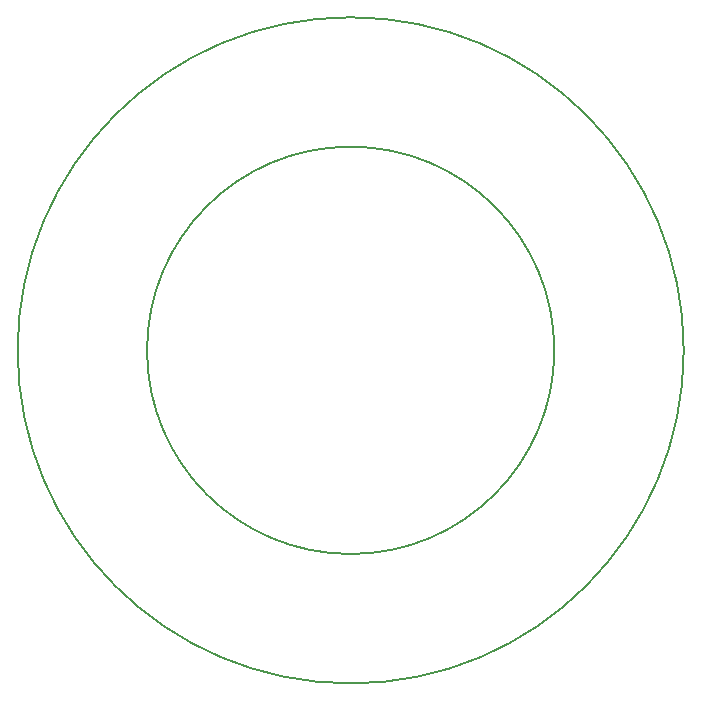
<source format=gbr>
G04 #@! TF.GenerationSoftware,KiCad,Pcbnew,5.0.2-bee76a0~70~ubuntu18.04.1*
G04 #@! TF.CreationDate,2019-08-19T12:56:06+02:00*
G04 #@! TF.ProjectId,roboy_3.0_40mm_ball_sensor,726f626f-795f-4332-9e30-5f34306d6d5f,rev?*
G04 #@! TF.SameCoordinates,Original*
G04 #@! TF.FileFunction,Profile,NP*
%FSLAX46Y46*%
G04 Gerber Fmt 4.6, Leading zero omitted, Abs format (unit mm)*
G04 Created by KiCad (PCBNEW 5.0.2-bee76a0~70~ubuntu18.04.1) date Mo 19 Aug 2019 12:56:06 CEST*
%MOMM*%
%LPD*%
G01*
G04 APERTURE LIST*
%ADD10C,0.150000*%
G04 APERTURE END LIST*
D10*
X177741810Y-100000000D02*
G75*
G03X177741810Y-100000000I-17241810J0D01*
G01*
X188700000Y-100000000D02*
G75*
G03X188700000Y-100000000I-28200000J0D01*
G01*
M02*

</source>
